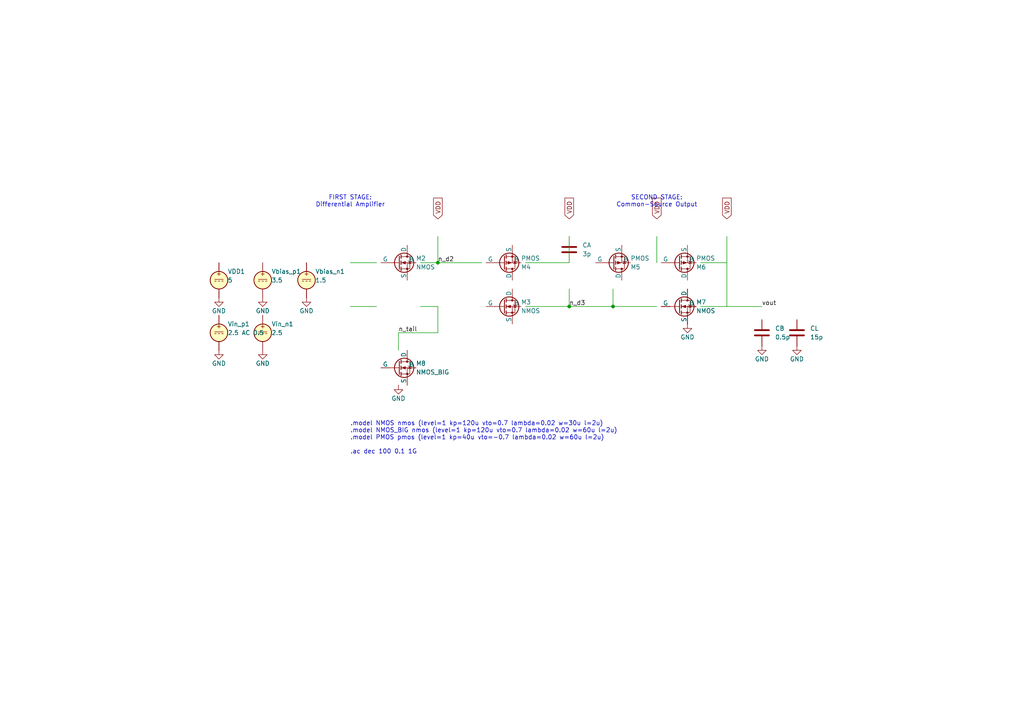
<source format=kicad_sch>
(kicad_sch (version 20231120) (generator "eeschema") (generator_version "8.0")
  (paper "A4")
  (title_block (title "Two-Stage CMOS Operational Amplifier") (date "2025-12-14") (rev "1.0") (company "SPICEPilot") (comment 1 "Created with SPICEPilot AI") (comment 2 "KiCad 9.0 Compatible"))
  (lib_symbols
    (symbol "Simulation_SPICE:NMOS" (pin_numbers hide) (pin_names (offset 0))
      (property "Reference" "M" (at 5.08 1.27 0))
      (property "Value" "NMOS" (at 5.08 -1.27 0))
      (symbol "NMOS_0_1"
        (polyline (pts (xy 0.254 0) (xy -2.54 0)))
        (polyline (pts (xy 0.254 1.905) (xy 0.254 -1.905)) (stroke (width 0.254)))
        (polyline (pts (xy 0.762 -1.27) (xy 0.762 -2.286)) (stroke (width 0.254)))
        (polyline (pts (xy 0.762 0.508) (xy 0.762 -0.508)) (stroke (width 0.254)))
        (polyline (pts (xy 0.762 2.286) (xy 0.762 1.27)) (stroke (width 0.254)))
        (polyline (pts (xy 2.54 2.54) (xy 2.54 1.778)))
        (polyline (pts (xy 2.54 -2.54) (xy 2.54 0) (xy 0.762 0)))
        (polyline (pts (xy 0.762 -1.778) (xy 3.302 -1.778) (xy 3.302 1.778) (xy 0.762 1.778)))
        (polyline (pts (xy 1.016 0) (xy 2.032 0.381) (xy 2.032 -0.381) (xy 1.016 0)) (fill (type outline)))
        (polyline (pts (xy 2.794 0.508) (xy 2.921 0.381) (xy 3.683 0.381) (xy 3.81 0.254)))
        (polyline (pts (xy 3.302 0.381) (xy 2.921 -0.254) (xy 3.683 -0.254) (xy 3.302 0.381)))
        (circle (center 1.651 0) (radius 2.794) (stroke (width 0.254)))
        (circle (center 2.54 -1.778) (radius 0.254) (fill (type outline)))
        (circle (center 2.54 1.778) (radius 0.254) (fill (type outline)))
      )
      (symbol "NMOS_1_1"
        (pin passive line (at 2.54 5.08 270) (length 2.54) (name "D") (number "1"))
        (pin input line (at -5.08 0 0) (length 2.54) (name "G") (number "2"))
        (pin passive line (at 2.54 -5.08 90) (length 2.54) (name "S") (number "3"))
        (pin passive line (at 5.08 0 180) (length 2.54) (name "B") (number "4"))
      )
    )
    (symbol "Simulation_SPICE:PMOS" (pin_numbers hide) (pin_names (offset 0))
      (property "Reference" "M" (at 5.08 1.27 0))
      (property "Value" "PMOS" (at 5.08 -1.27 0))
      (symbol "PMOS_0_1"
        (polyline (pts (xy 0.254 0) (xy -2.54 0)))
        (polyline (pts (xy 0.254 1.905) (xy 0.254 -1.905)) (stroke (width 0.254)))
        (polyline (pts (xy 0.762 -1.27) (xy 0.762 -2.286)) (stroke (width 0.254)))
        (polyline (pts (xy 0.762 0.508) (xy 0.762 -0.508)) (stroke (width 0.254)))
        (polyline (pts (xy 0.762 2.286) (xy 0.762 1.27)) (stroke (width 0.254)))
        (polyline (pts (xy 2.54 2.54) (xy 2.54 1.778)))
        (polyline (pts (xy 2.54 -2.54) (xy 2.54 0) (xy 0.762 0)))
        (polyline (pts (xy 0.762 1.778) (xy 3.302 1.778) (xy 3.302 -1.778) (xy 0.762 -1.778)))
        (polyline (pts (xy 2.286 0) (xy 1.27 0.381) (xy 1.27 -0.381) (xy 2.286 0)) (fill (type outline)))
        (polyline (pts (xy 2.794 -0.508) (xy 2.921 -0.381) (xy 3.683 -0.381) (xy 3.81 -0.254)))
        (polyline (pts (xy 3.302 -0.381) (xy 2.921 0.254) (xy 3.683 0.254) (xy 3.302 -0.381)))
        (circle (center 1.651 0) (radius 2.794) (stroke (width 0.254)))
        (circle (center 2.54 -1.778) (radius 0.254) (fill (type outline)))
        (circle (center 2.54 1.778) (radius 0.254) (fill (type outline)))
      )
      (symbol "PMOS_1_1"
        (pin passive line (at 2.54 5.08 270) (length 2.54) (name "D") (number "1"))
        (pin input line (at -5.08 0 0) (length 2.54) (name "G") (number "2"))
        (pin passive line (at 2.54 -5.08 90) (length 2.54) (name "S") (number "3"))
        (pin passive line (at 5.08 0 180) (length 2.54) (name "B") (number "4"))
      )
    )
    (symbol "Device:C" (pin_numbers hide) (pin_names (offset 0.254))
      (property "Reference" "C" (at 0.635 2.54 0))
      (property "Value" "C" (at 0.635 -2.54 0))
      (symbol "C_0_1"
        (polyline (pts (xy -2.032 -0.762) (xy 2.032 -0.762)) (stroke (width 0.508)))
        (polyline (pts (xy -2.032 0.762) (xy 2.032 0.762)) (stroke (width 0.508)))
      )
      (symbol "C_1_1"
        (pin passive line (at 0 3.81 270) (length 2.794) (name "~") (number "1"))
        (pin passive line (at 0 -3.81 90) (length 2.794) (name "~") (number "2"))
      )
    )
    (symbol "Device:R" (pin_numbers hide) (pin_names (offset 0))
      (property "Reference" "R" (at 2.032 0 90))
      (property "Value" "R" (at 0 0 90))
      (symbol "R_0_1"
        (rectangle (start -1.016 -2.54) (end 1.016 2.54) (stroke (width 0.254)))
      )
      (symbol "R_1_1"
        (pin passive line (at 0 3.81 270) (length 1.27) (name "~") (number "1"))
        (pin passive line (at 0 -3.81 90) (length 1.27) (name "~") (number "2"))
      )
    )
    (symbol "Simulation_SPICE:VDC" (pin_numbers hide) (pin_names (offset 0.0254))
      (property "Reference" "V" (at 2.54 2.54 0))
      (property "Value" "VDC" (at 2.54 0 0))
      (symbol "VDC_0_0"
        (polyline (pts (xy -1.27 0.254) (xy 1.27 0.254)))
        (polyline (pts (xy -0.762 -0.254) (xy -1.27 -0.254)))
        (polyline (pts (xy 0.254 -0.254) (xy -0.254 -0.254)))
        (polyline (pts (xy 1.27 -0.254) (xy 0.762 -0.254)))
        (text "+" (at 0 1.905 0) (effects (font (size 1.27 1.27))))
      )
      (symbol "VDC_0_1"
        (circle (center 0 0) (radius 2.54) (stroke (width 0.254)) (fill (type background)))
      )
      (symbol "VDC_1_1"
        (pin passive line (at 0 5.08 270) (length 2.54) (name "~") (number "1"))
        (pin passive line (at 0 -5.08 90) (length 2.54) (name "~") (number "2"))
      )
    )
    (symbol "power:GND" (power) (pin_numbers hide) (pin_names (offset 0) hide)
      (property "Value" "GND" (at 0 -3.81 0))
      (symbol "GND_0_1"
        (polyline (pts (xy 0 0) (xy 0 -1.27) (xy 1.27 -1.27) (xy 0 -2.54) (xy -1.27 -1.27) (xy 0 -1.27)))
      )
      (symbol "GND_1_1"
        (pin power_in line (at 0 0 270) (length 0) (name "~") (number "1"))
      )
    )
  )
  (junction (at 127 76.2))
  (junction (at 165.1 88.9))
  (junction (at 177.8 88.9))
  (wire (pts (xy 101.6 76.2) (xy 109.22 76.2)))
  (wire (pts (xy 101.6 88.9) (xy 109.22 88.9)))
  (wire (pts (xy 121.92 76.2) (xy 127 76.2)))
  (wire (pts (xy 121.92 88.9) (xy 127 88.9)))
  (wire (pts (xy 127 76.2) (xy 127 68.58)))
  (wire (pts (xy 127 76.2) (xy 139.7 76.2)))
  (wire (pts (xy 127 88.9) (xy 127 96.52)))
  (wire (pts (xy 127 96.52) (xy 115.57 96.52)))
  (wire (pts (xy 115.57 96.52) (xy 115.57 101.6)))
  (wire (pts (xy 152.4 76.2) (xy 165.1 76.2)))
  (wire (pts (xy 165.1 76.2) (xy 165.1 68.58)))
  (wire (pts (xy 152.4 88.9) (xy 165.1 88.9)))
  (wire (pts (xy 165.1 88.9) (xy 165.1 83.82)))
  (wire (pts (xy 165.1 88.9) (xy 177.8 88.9)))
  (wire (pts (xy 177.8 88.9) (xy 177.8 83.82)))
  (wire (pts (xy 177.8 88.9) (xy 190.5 88.9)))
  (wire (pts (xy 190.5 68.58) (xy 190.5 76.2)))
  (wire (pts (xy 203.2 76.2) (xy 210.82 76.2)))
  (wire (pts (xy 203.2 88.9) (xy 210.82 88.9)))
  (wire (pts (xy 210.82 76.2) (xy 210.82 68.58)))
  (wire (pts (xy 210.82 76.2) (xy 210.82 88.9)))
  (wire (pts (xy 210.82 88.9) (xy 220.98 88.9)))
  (text "FIRST STAGE:\nDifferential Amplifier" (at 101.6 58.42 0) (effects (font (size 1.27 1.27))))
  (text "SECOND STAGE:\nCommon-Source Output" (at 190.5 58.42 0) (effects (font (size 1.27 1.27))))
  (text ".model NMOS nmos (level=1 kp=120u vto=0.7 lambda=0.02 w=30u l=2u)\n.model NMOS_BIG nmos (level=1 kp=120u vto=0.7 lambda=0.02 w=60u l=2u)\n.model PMOS pmos (level=1 kp=40u vto=-0.7 lambda=0.02 w=60u l=2u)\n\n.ac dec 100 0.1 1G" (at 101.6 127 0) (effects (font (size 1.27 1.27)) (justify left)))
  (label "n_tail" (at 115.57 96.52 0))
  (label "n_d2" (at 127 76.2 0))
  (label "n_d3" (at 165.1 88.9 0))
  (label "vout" (at 220.98 88.9 0))
  (global_label "VDD" (shape input) (at 127 63.5 90))
  (global_label "VDD" (shape input) (at 165.1 63.5 90))
  (global_label "VDD" (shape input) (at 190.5 63.5 90))
  (global_label "VDD" (shape input) (at 210.82 63.5 90))
  (symbol (lib_id "Simulation_SPICE:NMOS") (at 115.57 76.2 0) (unit 1)
    (property "Reference" "M2" (at 120.65 74.93 0) (effects (justify left)))
    (property "Value" "NMOS" (at 120.65 77.47 0) (effects (justify left)))
    (property "Spice_Primitive" "M" (effects (hide yes)))
    (property "Spice_Model" "NMOS" (at 120.65 80.01 0) (effects (justify left)))
    (property "Spice_Netlist_Enabled" "Y" (effects (hide yes)))
  )
  (symbol (lib_id "Simulation_SPICE:NMOS") (at 146.05 88.9 0) (unit 1)
    (property "Reference" "M3" (at 151.13 87.63 0) (effects (justify left)))
    (property "Value" "NMOS" (at 151.13 90.17 0) (effects (justify left)))
    (property "Spice_Primitive" "M" (effects (hide yes)))
    (property "Spice_Model" "NMOS" (at 151.13 92.71 0) (effects (justify left)))
    (property "Spice_Netlist_Enabled" "Y" (effects (hide yes)))
  )
  (symbol (lib_id "Simulation_SPICE:PMOS") (at 146.05 76.2 0) (mirror x) (unit 1)
    (property "Reference" "M4" (at 151.13 77.47 0) (effects (justify left)))
    (property "Value" "PMOS" (at 151.13 74.93 0) (effects (justify left)))
    (property "Spice_Primitive" "M" (effects (hide yes)))
    (property "Spice_Model" "PMOS" (at 151.13 72.39 0) (effects (justify left)))
    (property "Spice_Netlist_Enabled" "Y" (effects (hide yes)))
  )
  (symbol (lib_id "Simulation_SPICE:PMOS") (at 177.8 76.2 0) (mirror x) (unit 1)
    (property "Reference" "M5" (at 182.88 77.47 0) (effects (justify left)))
    (property "Value" "PMOS" (at 182.88 74.93 0) (effects (justify left)))
    (property "Spice_Primitive" "M" (effects (hide yes)))
    (property "Spice_Model" "PMOS" (at 182.88 72.39 0) (effects (justify left)))
    (property "Spice_Netlist_Enabled" "Y" (effects (hide yes)))
  )
  (symbol (lib_id "Simulation_SPICE:PMOS") (at 196.85 76.2 0) (mirror x) (unit 1)
    (property "Reference" "M6" (at 201.93 77.47 0) (effects (justify left)))
    (property "Value" "PMOS" (at 201.93 74.93 0) (effects (justify left)))
    (property "Spice_Primitive" "M" (effects (hide yes)))
    (property "Spice_Model" "PMOS" (at 201.93 72.39 0) (effects (justify left)))
    (property "Spice_Netlist_Enabled" "Y" (effects (hide yes)))
  )
  (symbol (lib_id "Simulation_SPICE:NMOS") (at 196.85 88.9 0) (unit 1)
    (property "Reference" "M7" (at 201.93 87.63 0) (effects (justify left)))
    (property "Value" "NMOS" (at 201.93 90.17 0) (effects (justify left)))
    (property "Spice_Primitive" "M" (effects (hide yes)))
    (property "Spice_Model" "NMOS" (at 201.93 92.71 0) (effects (justify left)))
    (property "Spice_Netlist_Enabled" "Y" (effects (hide yes)))
  )
  (symbol (lib_id "Simulation_SPICE:NMOS") (at 115.57 106.68 0) (unit 1)
    (property "Reference" "M8" (at 120.65 105.41 0) (effects (justify left)))
    (property "Value" "NMOS_BIG" (at 120.65 107.95 0) (effects (justify left)))
    (property "Spice_Primitive" "M" (effects (hide yes)))
    (property "Spice_Model" "NMOS_BIG" (at 120.65 110.49 0) (effects (justify left)))
    (property "Spice_Netlist_Enabled" "Y" (effects (hide yes)))
  )
  (symbol (lib_id "Device:C") (at 165.1 72.39 0) (unit 1)
    (property "Reference" "CA" (at 168.91 71.12 0) (effects (justify left)))
    (property "Value" "3p" (at 168.91 73.66 0) (effects (justify left)))
  )
  (symbol (lib_id "Device:C") (at 220.98 96.52 0) (unit 1)
    (property "Reference" "CB" (at 224.79 95.25 0) (effects (justify left)))
    (property "Value" "0.5p" (at 224.79 97.79 0) (effects (justify left)))
  )
  (symbol (lib_id "Device:C") (at 231.14 96.52 0) (unit 1)
    (property "Reference" "CL" (at 234.95 95.25 0) (effects (justify left)))
    (property "Value" "15p" (at 234.95 97.79 0) (effects (justify left)))
  )
  (symbol (lib_id "Simulation_SPICE:VDC") (at 63.5 81.28 0) (unit 1)
    (property "Reference" "VDD1" (at 66.04 78.74 0) (effects (justify left)))
    (property "Value" "5" (at 66.04 81.28 0) (effects (justify left)))
    (property "Spice_Primitive" "V" (effects (hide yes)))
    (property "Spice_Netlist_Enabled" "Y" (effects (hide yes)))
  )
  (symbol (lib_id "Simulation_SPICE:VDC") (at 76.2 81.28 0) (unit 1)
    (property "Reference" "Vbias_p1" (at 78.74 78.74 0) (effects (justify left)))
    (property "Value" "3.5" (at 78.74 81.28 0) (effects (justify left)))
    (property "Spice_Primitive" "V" (effects (hide yes)))
    (property "Spice_Netlist_Enabled" "Y" (effects (hide yes)))
  )
  (symbol (lib_id "Simulation_SPICE:VDC") (at 88.9 81.28 0) (unit 1)
    (property "Reference" "Vbias_n1" (at 91.44 78.74 0) (effects (justify left)))
    (property "Value" "1.5" (at 91.44 81.28 0) (effects (justify left)))
    (property "Spice_Primitive" "V" (effects (hide yes)))
    (property "Spice_Netlist_Enabled" "Y" (effects (hide yes)))
  )
  (symbol (lib_id "Simulation_SPICE:VDC") (at 63.5 96.52 0) (unit 1)
    (property "Reference" "Vin_p1" (at 66.04 93.98 0) (effects (justify left)))
    (property "Value" "2.5 AC 0.5" (at 66.04 96.52 0) (effects (justify left)))
    (property "Spice_Primitive" "V" (effects (hide yes)))
    (property "Spice_Netlist_Enabled" "Y" (effects (hide yes)))
  )
  (symbol (lib_id "Simulation_SPICE:VDC") (at 76.2 96.52 0) (unit 1)
    (property "Reference" "Vin_n1" (at 78.74 93.98 0) (effects (justify left)))
    (property "Value" "2.5" (at 78.74 96.52 0) (effects (justify left)))
    (property "Spice_Primitive" "V" (effects (hide yes)))
    (property "Spice_Netlist_Enabled" "Y" (effects (hide yes)))
  )
  (symbol (lib_id "power:GND") (at 63.5 86.36 0) (unit 1)
    (property "Reference" "#PWR01" (effects (hide yes)))
    (property "Value" "GND" (at 63.5 90.17 0))
  )
  (symbol (lib_id "power:GND") (at 76.2 86.36 0) (unit 1)
    (property "Reference" "#PWR02" (effects (hide yes)))
    (property "Value" "GND" (at 76.2 90.17 0))
  )
  (symbol (lib_id "power:GND") (at 88.9 86.36 0) (unit 1)
    (property "Reference" "#PWR03" (effects (hide yes)))
    (property "Value" "GND" (at 88.9 90.17 0))
  )
  (symbol (lib_id "power:GND") (at 63.5 101.6 0) (unit 1)
    (property "Reference" "#PWR04" (effects (hide yes)))
    (property "Value" "GND" (at 63.5 105.41 0))
  )
  (symbol (lib_id "power:GND") (at 76.2 101.6 0) (unit 1)
    (property "Reference" "#PWR05" (effects (hide yes)))
    (property "Value" "GND" (at 76.2 105.41 0))
  )
  (symbol (lib_id "power:GND") (at 115.57 111.76 0) (unit 1)
    (property "Reference" "#PWR06" (effects (hide yes)))
    (property "Value" "GND" (at 115.57 115.57 0))
  )
  (symbol (lib_id "power:GND") (at 199.39 93.98 0) (unit 1)
    (property "Reference" "#PWR07" (effects (hide yes)))
    (property "Value" "GND" (at 199.39 97.79 0))
  )
  (symbol (lib_id "power:GND") (at 220.98 100.33 0) (unit 1)
    (property "Reference" "#PWR08" (effects (hide yes)))
    (property "Value" "GND" (at 220.98 104.14 0))
  )
  (symbol (lib_id "power:GND") (at 231.14 100.33 0) (unit 1)
    (property "Reference" "#PWR09" (effects (hide yes)))
    (property "Value" "GND" (at 231.14 104.14 0))
  )
)
</source>
